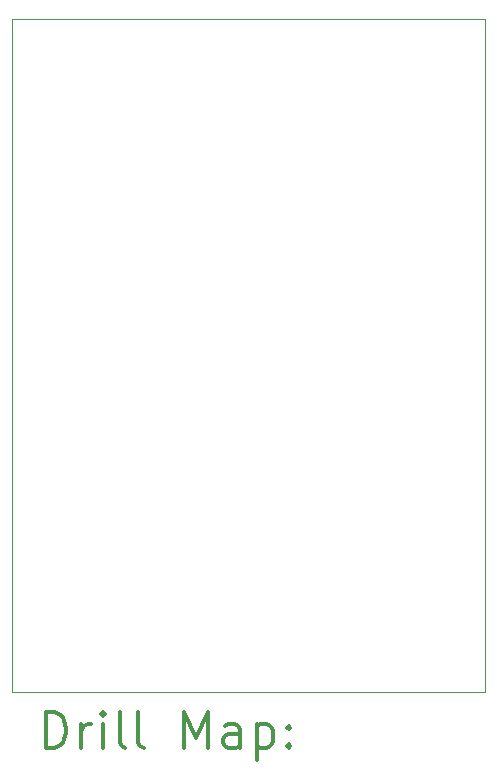
<source format=gbr>
%FSLAX45Y45*%
G04 Gerber Fmt 4.5, Leading zero omitted, Abs format (unit mm)*
G04 Created by KiCad (PCBNEW (5.1.8)-1) date 2021-12-18 01:11:55*
%MOMM*%
%LPD*%
G01*
G04 APERTURE LIST*
%TA.AperFunction,Profile*%
%ADD10C,0.050000*%
%TD*%
%TA.AperFunction,Profile*%
%ADD11C,0.100000*%
%TD*%
%ADD12C,0.200000*%
%ADD13C,0.300000*%
G04 APERTURE END LIST*
D10*
X14033500Y-8026400D02*
X14033500Y-7632700D01*
X10033000Y-8026400D02*
X10033000Y-7632700D01*
X10033000Y-8255000D02*
X10033000Y-8026400D01*
X14033500Y-8255000D02*
X14033500Y-8026400D01*
D11*
X10033000Y-7632700D02*
X14033500Y-7632700D01*
X14033500Y-8255000D02*
X14033500Y-13335000D01*
X14033500Y-13335000D02*
X10033000Y-13335000D01*
X10033000Y-13335000D02*
X10033000Y-8255000D01*
D12*
D13*
X10314428Y-13805714D02*
X10314428Y-13505714D01*
X10385857Y-13505714D01*
X10428714Y-13520000D01*
X10457286Y-13548571D01*
X10471571Y-13577143D01*
X10485857Y-13634286D01*
X10485857Y-13677143D01*
X10471571Y-13734286D01*
X10457286Y-13762857D01*
X10428714Y-13791429D01*
X10385857Y-13805714D01*
X10314428Y-13805714D01*
X10614428Y-13805714D02*
X10614428Y-13605714D01*
X10614428Y-13662857D02*
X10628714Y-13634286D01*
X10643000Y-13620000D01*
X10671571Y-13605714D01*
X10700143Y-13605714D01*
X10800143Y-13805714D02*
X10800143Y-13605714D01*
X10800143Y-13505714D02*
X10785857Y-13520000D01*
X10800143Y-13534286D01*
X10814428Y-13520000D01*
X10800143Y-13505714D01*
X10800143Y-13534286D01*
X10985857Y-13805714D02*
X10957286Y-13791429D01*
X10943000Y-13762857D01*
X10943000Y-13505714D01*
X11143000Y-13805714D02*
X11114428Y-13791429D01*
X11100143Y-13762857D01*
X11100143Y-13505714D01*
X11485857Y-13805714D02*
X11485857Y-13505714D01*
X11585857Y-13720000D01*
X11685857Y-13505714D01*
X11685857Y-13805714D01*
X11957286Y-13805714D02*
X11957286Y-13648571D01*
X11943000Y-13620000D01*
X11914428Y-13605714D01*
X11857286Y-13605714D01*
X11828714Y-13620000D01*
X11957286Y-13791429D02*
X11928714Y-13805714D01*
X11857286Y-13805714D01*
X11828714Y-13791429D01*
X11814428Y-13762857D01*
X11814428Y-13734286D01*
X11828714Y-13705714D01*
X11857286Y-13691429D01*
X11928714Y-13691429D01*
X11957286Y-13677143D01*
X12100143Y-13605714D02*
X12100143Y-13905714D01*
X12100143Y-13620000D02*
X12128714Y-13605714D01*
X12185857Y-13605714D01*
X12214428Y-13620000D01*
X12228714Y-13634286D01*
X12243000Y-13662857D01*
X12243000Y-13748571D01*
X12228714Y-13777143D01*
X12214428Y-13791429D01*
X12185857Y-13805714D01*
X12128714Y-13805714D01*
X12100143Y-13791429D01*
X12371571Y-13777143D02*
X12385857Y-13791429D01*
X12371571Y-13805714D01*
X12357286Y-13791429D01*
X12371571Y-13777143D01*
X12371571Y-13805714D01*
X12371571Y-13620000D02*
X12385857Y-13634286D01*
X12371571Y-13648571D01*
X12357286Y-13634286D01*
X12371571Y-13620000D01*
X12371571Y-13648571D01*
M02*

</source>
